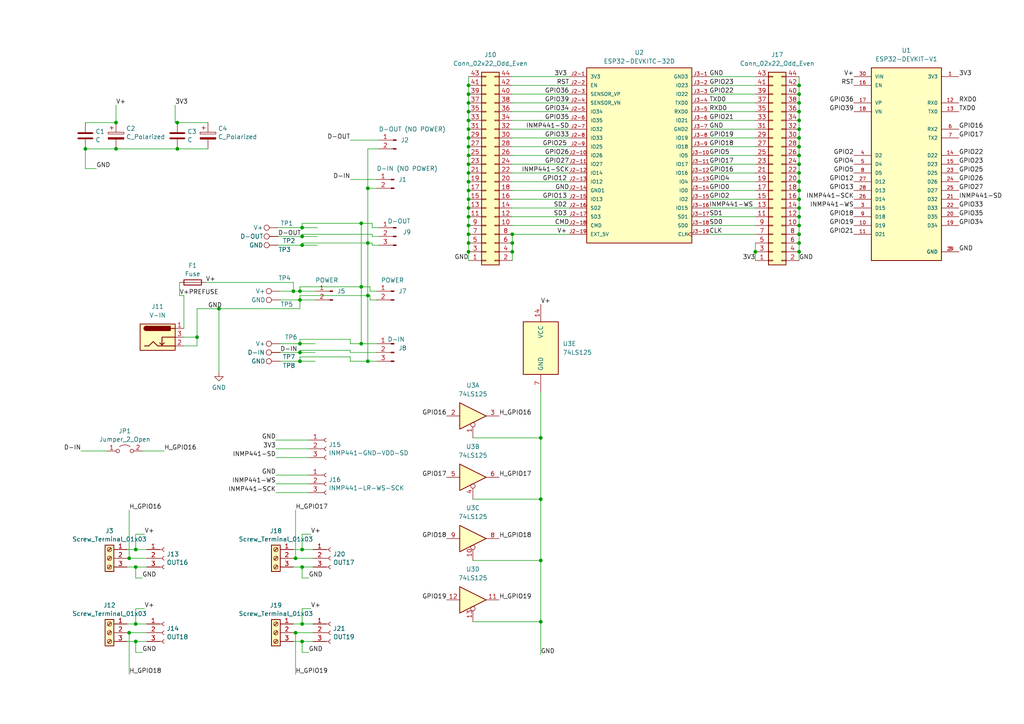
<source format=kicad_sch>
(kicad_sch (version 20230121) (generator eeschema)
  (paper "A4")
  (lib_symbols
    (symbol "Library:74LS125" (pin_names (offset 1.016))
      (property "Reference" "U" (at 0 1.27 0))
      (property "Value" "74LS125" (at 0 -1.27 0))
      (symbol "74LS125_1_0"
        (pin input inverted (at 0 -6.35 90) (length 4.445) (name "~") (number "1"))
        (pin input line (at -7.62 0 0) (length 3.81) (name "~") (number "2"))
        (pin tri_state line (at 7.62 0 180) (length 3.81) (name "~") (number "3"))
      )
      (symbol "74LS125_2_0"
        (pin input inverted (at 0 -6.35 90) (length 4.445) (name "~") (number "4"))
        (pin input line (at -7.62 0 0) (length 3.81) (name "~") (number "5"))
        (pin tri_state line (at 7.62 0 180) (length 3.81) (name "~") (number "6"))
      )
      (symbol "74LS125_3_0"
        (pin input inverted (at 0 -6.35 90) (length 4.445) (name "~") (number "10"))
        (pin tri_state line (at 7.62 0 180) (length 3.81) (name "~") (number "8"))
        (pin input line (at -7.62 0 0) (length 3.81) (name "~") (number "9"))
      )
      (symbol "74LS125_4_0"
        (pin tri_state line (at 7.62 0 180) (length 3.81) (name "~") (number "11"))
        (pin input line (at -7.62 0 0) (length 3.81) (name "~") (number "12"))
        (pin input inverted (at 0 -6.35 90) (length 4.445) (name "~") (number "13"))
      )
      (symbol "74LS125_5_0"
        (pin power_in line (at 0 12.7 270) (length 5.08) (name "VCC") (number "14"))
        (pin power_in line (at 0 -12.7 90) (length 5.08) (name "GND") (number "7"))
      )
    )
    (symbol "Library:Barrel_Jack_Switch" (pin_names hide)
      (property "Reference" "J" (at 0 5.334 0))
      (property "Value" "Barrel_Jack_Switch" (at 0 -5.08 0))
      (symbol "Barrel_Jack_Switch_1_1"
        (pin passive line (at 7.62 2.54 180) (length 2.54) (name "~") (number "1"))
        (pin passive line (at 7.62 -2.54 180) (length 2.54) (name "~") (number "2"))
        (pin passive line (at 7.62 0 180) (length 2.54) (name "~") (number "3"))
      )
    )
    (symbol "Library:C" (pin_numbers hide) (pin_names (offset 0.254))
      (property "Reference" "C" (at 0.635 2.54 0))
      (property "Value" "C" (at 0.635 -2.54 0))
      (symbol "C_1_1"
        (pin passive line (at 0 3.81 270) (length 2.794) (name "~") (number "1"))
        (pin passive line (at 0 -3.81 90) (length 2.794) (name "~") (number "2"))
      )
    )
    (symbol "Library:C_Polarized" (pin_numbers hide) (pin_names (offset 0.254))
      (property "Reference" "C" (at 0.635 2.54 0))
      (property "Value" "C_Polarized" (at 0.635 -2.54 0))
      (symbol "C_Polarized_1_1"
        (pin passive line (at 0 3.81 270) (length 2.794) (name "~") (number "1"))
        (pin passive line (at 0 -3.81 90) (length 2.794) (name "~") (number "2"))
      )
    )
    (symbol "Library:Conn_01x02_Pin" (pin_names (offset 1.016) hide)
      (property "Reference" "J" (at 0 2.54 0))
      (property "Value" "Conn_01x02_Pin" (at 0 -5.08 0))
      (symbol "Conn_01x02_Pin_1_1"
        (pin passive line (at 5.08 0 180) (length 3.81) (name "Pin_1") (number "1"))
        (pin passive line (at 5.08 -2.54 180) (length 3.81) (name "Pin_2") (number "2"))
      )
    )
    (symbol "Library:Conn_01x03_Pin" (pin_names (offset 1.016) hide)
      (property "Reference" "J" (at 0 5.08 0))
      (property "Value" "Conn_01x03_Pin" (at 0 -5.08 0))
      (symbol "Conn_01x03_Pin_1_1"
        (pin passive line (at 5.08 2.54 180) (length 3.81) (name "Pin_1") (number "1"))
        (pin passive line (at 5.08 0 180) (length 3.81) (name "Pin_2") (number "2"))
        (pin passive line (at 5.08 -2.54 180) (length 3.81) (name "Pin_3") (number "3"))
      )
    )
    (symbol "Library:Conn_01x03_Socket" (pin_names (offset 1.016) hide)
      (property "Reference" "J" (at 0 5.08 0))
      (property "Value" "Conn_01x03_Socket" (at 0 -5.08 0))
      (symbol "Conn_01x03_Socket_1_1"
        (pin passive line (at -5.08 2.54 0) (length 3.81) (name "Pin_1") (number "1"))
        (pin passive line (at -5.08 0 0) (length 3.81) (name "Pin_2") (number "2"))
        (pin passive line (at -5.08 -2.54 0) (length 3.81) (name "Pin_3") (number "3"))
      )
    )
    (symbol "Library:Conn_02x22_Odd_Even" (pin_names (offset 1.016) hide)
      (property "Reference" "J" (at 1.27 27.94 0))
      (property "Value" "Conn_02x22_Odd_Even" (at 1.27 -30.48 0))
      (symbol "Conn_02x22_Odd_Even_1_1"
        (pin passive line (at -5.08 25.4 0) (length 3.81) (name "Pin_1") (number "1"))
        (pin passive line (at 7.62 15.24 180) (length 3.81) (name "Pin_10") (number "10"))
        (pin passive line (at -5.08 12.7 0) (length 3.81) (name "Pin_11") (number "11"))
        (pin passive line (at 7.62 12.7 180) (length 3.81) (name "Pin_12") (number "12"))
        (pin passive line (at -5.08 10.16 0) (length 3.81) (name "Pin_13") (number "13"))
        (pin passive line (at 7.62 10.16 180) (length 3.81) (name "Pin_14") (number "14"))
        (pin passive line (at -5.08 7.62 0) (length 3.81) (name "Pin_15") (number "15"))
        (pin passive line (at 7.62 7.62 180) (length 3.81) (name "Pin_16") (number "16"))
        (pin passive line (at -5.08 5.08 0) (length 3.81) (name "Pin_17") (number "17"))
        (pin passive line (at 7.62 5.08 180) (length 3.81) (name "Pin_18") (number "18"))
        (pin passive line (at -5.08 2.54 0) (length 3.81) (name "Pin_19") (number "19"))
        (pin passive line (at 7.62 25.4 180) (length 3.81) (name "Pin_2") (number "2"))
        (pin passive line (at 7.62 2.54 180) (length 3.81) (name "Pin_20") (number "20"))
        (pin passive line (at -5.08 0 0) (length 3.81) (name "Pin_21") (number "21"))
        (pin passive line (at 7.62 0 180) (length 3.81) (name "Pin_22") (number "22"))
        (pin passive line (at -5.08 -2.54 0) (length 3.81) (name "Pin_23") (number "23"))
        (pin passive line (at 7.62 -2.54 180) (length 3.81) (name "Pin_24") (number "24"))
        (pin passive line (at -5.08 -5.08 0) (length 3.81) (name "Pin_25") (number "25"))
        (pin passive line (at 7.62 -5.08 180) (length 3.81) (name "Pin_26") (number "26"))
        (pin passive line (at -5.08 -7.62 0) (length 3.81) (name "Pin_27") (number "27"))
        (pin passive line (at 7.62 -7.62 180) (length 3.81) (name "Pin_28") (number "28"))
        (pin passive line (at -5.08 -10.16 0) (length 3.81) (name "Pin_29") (number "29"))
        (pin passive line (at -5.08 22.86 0) (length 3.81) (name "Pin_3") (number "3"))
        (pin passive line (at 7.62 -10.16 180) (length 3.81) (name "Pin_30") (number "30"))
        (pin passive line (at -5.08 -12.7 0) (length 3.81) (name "Pin_31") (number "31"))
        (pin passive line (at 7.62 -12.7 180) (length 3.81) (name "Pin_32") (number "32"))
        (pin passive line (at -5.08 -15.24 0) (length 3.81) (name "Pin_33") (number "33"))
        (pin passive line (at 7.62 -15.24 180) (length 3.81) (name "Pin_34") (number "34"))
        (pin passive line (at -5.08 -17.78 0) (length 3.81) (name "Pin_35") (number "35"))
        (pin passive line (at 7.62 -17.78 180) (length 3.81) (name "Pin_36") (number "36"))
        (pin passive line (at -5.08 -20.32 0) (length 3.81) (name "Pin_37") (number "37"))
        (pin passive line (at 7.62 -20.32 180) (length 3.81) (name "Pin_38") (number "38"))
        (pin passive line (at -5.08 -22.86 0) (length 3.81) (name "Pin_39") (number "39"))
        (pin passive line (at 7.62 22.86 180) (length 3.81) (name "Pin_4") (number "4"))
        (pin passive line (at 7.62 -22.86 180) (length 3.81) (name "Pin_40") (number "40"))
        (pin passive line (at -5.08 -25.4 0) (length 3.81) (name "Pin_41") (number "41"))
        (pin passive line (at 7.62 -25.4 180) (length 3.81) (name "Pin_42") (number "42"))
        (pin passive line (at -5.08 -27.94 0) (length 3.81) (name "Pin_43") (number "43"))
        (pin passive line (at 7.62 -27.94 180) (length 3.81) (name "Pin_44") (number "44"))
        (pin passive line (at -5.08 20.32 0) (length 3.81) (name "Pin_5") (number "5"))
        (pin passive line (at 7.62 20.32 180) (length 3.81) (name "Pin_6") (number "6"))
        (pin passive line (at -5.08 17.78 0) (length 3.81) (name "Pin_7") (number "7"))
        (pin passive line (at 7.62 17.78 180) (length 3.81) (name "Pin_8") (number "8"))
        (pin passive line (at -5.08 15.24 0) (length 3.81) (name "Pin_9") (number "9"))
      )
    )
    (symbol "Library:ESP32-DEVKIT-V1" (pin_names (offset 1.016))
      (property "Reference" "U" (at -10.16 30.48 0))
      (property "Value" "ESP32-DEVKIT-V1" (at -10.16 -30.48 0))
      (symbol "ESP32-DEVKIT-V1_0_0"
        (pin output line (at 15.24 25.4 180) (length 5.08) (name "3V3") (number "1"))
        (pin bidirectional line (at -15.24 -17.78 0) (length 5.08) (name "D19") (number "10"))
        (pin bidirectional line (at -15.24 -20.32 0) (length 5.08) (name "D21") (number "11"))
        (pin input line (at 15.24 17.78 180) (length 5.08) (name "RX0") (number "12"))
        (pin output line (at 15.24 15.24 180) (length 5.08) (name "TX0") (number "13"))
        (pin bidirectional line (at 15.24 2.54 180) (length 5.08) (name "D22") (number "14"))
        (pin bidirectional line (at 15.24 0 180) (length 5.08) (name "D23") (number "15"))
        (pin input line (at -15.24 22.86 0) (length 5.08) (name "EN") (number "16"))
        (pin bidirectional line (at -15.24 17.78 0) (length 5.08) (name "VP") (number "17"))
        (pin bidirectional line (at -15.24 15.24 0) (length 5.08) (name "VN") (number "18"))
        (pin bidirectional line (at 15.24 -17.78 180) (length 5.08) (name "D34") (number "19"))
        (pin power_in line (at 15.24 -25.4 180) (length 5.08) (name "GND") (number "2"))
        (pin bidirectional line (at 15.24 -15.24 180) (length 5.08) (name "D35") (number "20"))
        (pin bidirectional line (at 15.24 -10.16 180) (length 5.08) (name "D32") (number "21"))
        (pin bidirectional line (at 15.24 -12.7 180) (length 5.08) (name "D33") (number "22"))
        (pin bidirectional line (at 15.24 -2.54 180) (length 5.08) (name "D25") (number "23"))
        (pin bidirectional line (at 15.24 -5.08 180) (length 5.08) (name "D26") (number "24"))
        (pin bidirectional line (at 15.24 -7.62 180) (length 5.08) (name "D27") (number "25"))
        (pin bidirectional line (at -15.24 -10.16 0) (length 5.08) (name "D14") (number "26"))
        (pin bidirectional line (at -15.24 -5.08 0) (length 5.08) (name "D12") (number "27"))
        (pin bidirectional line (at -15.24 -7.62 0) (length 5.08) (name "D13") (number "28"))
        (pin power_in line (at 15.24 -25.4 180) (length 5.08) (name "GND") (number "29"))
        (pin bidirectional line (at -15.24 -12.7 0) (length 5.08) (name "D15") (number "3"))
        (pin input line (at -15.24 25.4 0) (length 5.08) (name "VIN") (number "30"))
        (pin bidirectional line (at -15.24 2.54 0) (length 5.08) (name "D2") (number "4"))
        (pin bidirectional line (at -15.24 0 0) (length 5.08) (name "D4") (number "5"))
        (pin input line (at 15.24 10.16 180) (length 5.08) (name "RX2") (number "6"))
        (pin output line (at 15.24 7.62 180) (length 5.08) (name "TX2") (number "7"))
        (pin bidirectional line (at -15.24 -2.54 0) (length 5.08) (name "D5") (number "8"))
        (pin bidirectional line (at -15.24 -15.24 0) (length 5.08) (name "D18") (number "9"))
      )
    )
    (symbol "Library:ESP32-DEVKITC-32D" (pin_names (offset 1.016))
      (property "Reference" "U5" (at 0 29.5443 0))
      (property "Value" "ESP32-DEVKITC-32D" (at 0 27.1201 0))
      (symbol "ESP32-DEVKITC-32D_0_0"
        (pin power_in line (at -20.32 22.86 0) (length 5.08) (name "3V3") (number "J2-1"))
        (pin bidirectional line (at -20.32 0 0) (length 5.08) (name "IO26") (number "J2-10"))
        (pin bidirectional line (at -20.32 -2.54 0) (length 5.08) (name "IO27") (number "J2-11"))
        (pin bidirectional line (at -20.32 -5.08 0) (length 5.08) (name "IO14") (number "J2-12"))
        (pin bidirectional line (at -20.32 -7.62 0) (length 5.08) (name "IO12") (number "J2-13"))
        (pin power_in line (at -20.32 -10.16 0) (length 5.08) (name "GND1") (number "J2-14"))
        (pin bidirectional line (at -20.32 -12.7 0) (length 5.08) (name "IO13") (number "J2-15"))
        (pin bidirectional line (at -20.32 -15.24 0) (length 5.08) (name "SD2") (number "J2-16"))
        (pin bidirectional line (at -20.32 -17.78 0) (length 5.08) (name "SD3") (number "J2-17"))
        (pin bidirectional line (at -20.32 -20.32 0) (length 5.08) (name "CMD") (number "J2-18"))
        (pin power_in line (at -20.32 -22.86 0) (length 5.08) (name "EXT_5V") (number "J2-19"))
        (pin input line (at -20.32 20.32 0) (length 5.08) (name "EN") (number "J2-2"))
        (pin input line (at -20.32 17.78 0) (length 5.08) (name "SENSOR_VP") (number "J2-3"))
        (pin input line (at -20.32 15.24 0) (length 5.08) (name "SENSOR_VN") (number "J2-4"))
        (pin bidirectional line (at -20.32 12.7 0) (length 5.08) (name "IO34") (number "J2-5"))
        (pin bidirectional line (at -20.32 10.16 0) (length 5.08) (name "IO35") (number "J2-6"))
        (pin bidirectional line (at -20.32 7.62 0) (length 5.08) (name "IO32") (number "J2-7"))
        (pin bidirectional line (at -20.32 5.08 0) (length 5.08) (name "IO33") (number "J2-8"))
        (pin bidirectional line (at -20.32 2.54 0) (length 5.08) (name "IO25") (number "J2-9"))
        (pin power_in line (at 20.32 22.86 180) (length 5.08) (name "GND3") (number "J3-1"))
        (pin bidirectional line (at 20.32 0 180) (length 5.08) (name "IO5") (number "J3-10"))
        (pin bidirectional line (at 20.32 -2.54 180) (length 5.08) (name "IO17") (number "J3-11"))
        (pin bidirectional line (at 20.32 -5.08 180) (length 5.08) (name "IO16") (number "J3-12"))
        (pin bidirectional line (at 20.32 -7.62 180) (length 5.08) (name "IO4") (number "J3-13"))
        (pin bidirectional line (at 20.32 -10.16 180) (length 5.08) (name "IO0") (number "J3-14"))
        (pin bidirectional line (at 20.32 -12.7 180) (length 5.08) (name "IO2") (number "J3-15"))
        (pin bidirectional line (at 20.32 -15.24 180) (length 5.08) (name "IO15") (number "J3-16"))
        (pin bidirectional line (at 20.32 -17.78 180) (length 5.08) (name "SD1") (number "J3-17"))
        (pin bidirectional line (at 20.32 -20.32 180) (length 5.08) (name "SD0") (number "J3-18"))
        (pin input clock (at 20.32 -22.86 180) (length 5.08) (name "CLK") (number "J3-19"))
        (pin bidirectional line (at 20.32 20.32 180) (length 5.08) (name "IO23") (number "J3-2"))
        (pin bidirectional line (at 20.32 17.78 180) (length 5.08) (name "IO22") (number "J3-3"))
        (pin output line (at 20.32 15.24 180) (length 5.08) (name "TXD0") (number "J3-4"))
        (pin input line (at 20.32 12.7 180) (length 5.08) (name "RXD0") (number "J3-5"))
        (pin bidirectional line (at 20.32 10.16 180) (length 5.08) (name "IO21") (number "J3-6"))
        (pin power_in line (at 20.32 7.62 180) (length 5.08) (name "GND2") (number "J3-7"))
        (pin bidirectional line (at 20.32 5.08 180) (length 5.08) (name "IO19") (number "J3-8"))
        (pin bidirectional line (at 20.32 2.54 180) (length 5.08) (name "IO18") (number "J3-9"))
      )
    )
    (symbol "Library:Fuse" (pin_numbers hide) (pin_names (offset 0))
      (property "Reference" "F" (at 2.032 0 90))
      (property "Value" "Fuse" (at -1.905 0 90))
      (symbol "Fuse_1_1"
        (pin passive line (at 0 3.81 270) (length 1.27) (name "~") (number "1"))
        (pin passive line (at 0 -3.81 90) (length 1.27) (name "~") (number "2"))
      )
    )
    (symbol "Library:Jumper_2_Open" (pin_names (offset 0) hide)
      (property "Reference" "JP" (at 0 2.794 0))
      (property "Value" "Jumper_2_Open" (at 0 -2.286 0))
      (symbol "Jumper_2_Open_1_1"
        (pin passive line (at -5.08 0 0) (length 2.54) (name "A") (number "1"))
        (pin passive line (at 5.08 0 180) (length 2.54) (name "B") (number "2"))
      )
    )
    (symbol "Library:Screw_Terminal_01x03" (pin_names (offset 1.016) hide)
      (property "Reference" "J" (at 0 5.08 0))
      (property "Value" "Screw_Terminal_01x03" (at 0 -5.08 0))
      (symbol "Screw_Terminal_01x03_1_1"
        (pin passive line (at -5.08 2.54 0) (length 3.81) (name "Pin_1") (number "1"))
        (pin passive line (at -5.08 0 0) (length 3.81) (name "Pin_2") (number "2"))
        (pin passive line (at -5.08 -2.54 0) (length 3.81) (name "Pin_3") (number "3"))
      )
    )
    (symbol "Library:TestPoint" (pin_numbers hide) (pin_names (offset 0.762) hide)
      (property "Reference" "TP" (at 0 6.858 0))
      (property "Value" "TestPoint" (at 0 5.08 0))
      (symbol "TestPoint_1_1"
        (pin passive line (at 0 0 90) (length 2.54) (name "1") (number "1"))
      )
    )
    (symbol "power:GND" (power) (pin_names (offset 0))
      (property "Value" "GND" (at 0 -3.81 0))
      (symbol "GND_1_1"
        (pin power_in line (at 0 0 270) (length 0) hide (name "GND") (number "1"))
      )
    )
  )
  (junction (at 231.775 32.385))
  (junction (at 86.995 84.455))
  (junction (at 231.775 50.165))
  (junction (at 156.845 180.34))
  (junction (at 135.89 52.705))
  (junction (at 104.775 83.185))
  (junction (at 39.37 159.385))
  (junction (at 231.775 60.325))
  (junction (at 231.775 55.245))
  (junction (at 219.075 73.025))
  (junction (at 135.89 62.865))
  (junction (at 156.845 162.56))
  (junction (at 135.89 24.765))
  (junction (at 231.775 40.005))
  (junction (at 24.765 43.18))
  (junction (at 231.775 62.865))
  (junction (at 135.89 47.625))
  (junction (at 86.995 104.775))
  (junction (at 87.63 71.12))
  (junction (at 231.775 47.625))
  (junction (at 87.63 68.58))
  (junction (at 135.89 57.785))
  (junction (at 85.09 84.455))
  (junction (at 85.725 161.925))
  (junction (at 231.775 27.305))
  (junction (at 135.89 40.005))
  (junction (at 106.68 54.61))
  (junction (at 135.89 37.465))
  (junction (at 135.89 32.385))
  (junction (at 85.725 183.515))
  (junction (at 33.655 43.18))
  (junction (at 106.68 85.725))
  (junction (at 57.15 97.79))
  (junction (at 104.775 99.695))
  (junction (at 231.775 42.545))
  (junction (at 156.845 127))
  (junction (at 135.89 65.405))
  (junction (at 51.435 43.18))
  (junction (at 231.775 57.785))
  (junction (at 231.775 52.705))
  (junction (at 39.37 186.055))
  (junction (at 135.89 70.485))
  (junction (at 135.89 73.025))
  (junction (at 135.89 50.165))
  (junction (at 87.63 164.465))
  (junction (at 135.89 45.085))
  (junction (at 37.465 161.925))
  (junction (at 104.775 64.77))
  (junction (at 135.89 27.305))
  (junction (at 231.775 24.765))
  (junction (at 86.995 99.695))
  (junction (at 87.63 186.055))
  (junction (at 231.775 45.085))
  (junction (at 87.63 66.04))
  (junction (at 106.68 70.485))
  (junction (at 231.775 29.845))
  (junction (at 33.655 35.56))
  (junction (at 37.465 183.515))
  (junction (at 135.89 29.845))
  (junction (at 148.59 70.485))
  (junction (at 231.775 70.485))
  (junction (at 231.775 34.925))
  (junction (at 231.775 37.465))
  (junction (at 231.775 67.945))
  (junction (at 135.89 60.325))
  (junction (at 87.63 180.975))
  (junction (at 231.775 73.025))
  (junction (at 63.5 89.535))
  (junction (at 86.995 102.235))
  (junction (at 106.68 104.775))
  (junction (at 148.59 73.025))
  (junction (at 39.37 180.975))
  (junction (at 51.435 35.56))
  (junction (at 148.59 67.945))
  (junction (at 87.63 159.385))
  (junction (at 135.89 42.545))
  (junction (at 135.89 67.945))
  (junction (at 231.775 65.405))
  (junction (at 156.845 144.78))
  (junction (at 135.89 55.245))
  (junction (at 135.89 34.925))
  (junction (at 86.995 86.995))
  (junction (at 39.37 164.465))
  (wire (pts (xy 205.74 29.845) (xy 219.075 29.845)))
  (wire (pts (xy 135.89 73.025) (xy 135.89 75.565)))
  (wire (pts (xy 205.74 55.245) (xy 219.075 55.245)))
  (wire (pts (xy 87.63 154.94) (xy 87.63 159.385)))
  (wire (pts (xy 51.435 35.56) (xy 50.8 35.56)))
  (wire (pts (xy 57.15 97.79) (xy 53.34 97.79)))
  (wire (pts (xy 205.74 40.005) (xy 219.075 40.005)))
  (wire (pts (xy 148.59 57.785) (xy 165.1 57.785)))
  (wire (pts (xy 24.765 43.18) (xy 24.765 48.895)))
  (wire (pts (xy 205.74 60.325) (xy 219.075 60.325)))
  (wire (pts (xy 205.74 47.625) (xy 219.075 47.625)))
  (wire (pts (xy 148.59 47.625) (xy 165.1 47.625)))
  (wire (pts (xy 107.315 86.995) (xy 107.315 85.725)))
  (wire (pts (xy 39.37 154.94) (xy 39.37 159.385)))
  (wire (pts (xy 87.63 64.77) (xy 87.63 66.04)))
  (wire (pts (xy 81.28 102.235) (xy 86.995 102.235)))
  (wire (pts (xy 104.775 64.77) (xy 87.63 64.77)))
  (wire (pts (xy 60.325 35.56) (xy 51.435 35.56)))
  (wire (pts (xy 87.63 68.58) (xy 92.075 68.58)))
  (wire (pts (xy 106.68 54.61) (xy 106.68 43.18)))
  (wire (pts (xy 107.315 85.725) (xy 106.68 85.725)))
  (wire (pts (xy 53.34 100.33) (xy 57.15 100.33)))
  (wire (pts (xy 52.07 85.725) (xy 52.07 81.915)))
  (wire (pts (xy 231.775 47.625) (xy 231.775 50.165)))
  (wire (pts (xy 107.95 64.77) (xy 104.775 64.77)))
  (wire (pts (xy 231.775 29.845) (xy 231.775 32.385)))
  (wire (pts (xy 109.855 66.04) (xy 107.95 66.04)))
  (wire (pts (xy 101.6 52.07) (xy 109.22 52.07)))
  (wire (pts (xy 231.775 65.405) (xy 231.775 67.945)))
  (wire (pts (xy 135.89 70.485) (xy 135.89 73.025)))
  (wire (pts (xy 135.89 62.865) (xy 135.89 65.405)))
  (wire (pts (xy 231.775 60.325) (xy 231.775 62.865)))
  (wire (pts (xy 231.775 37.465) (xy 231.775 40.005)))
  (wire (pts (xy 205.74 65.405) (xy 219.075 65.405)))
  (wire (pts (xy 87.63 176.53) (xy 87.63 180.975)))
  (wire (pts (xy 39.37 186.055) (xy 39.37 189.23)))
  (wire (pts (xy 37.465 147.955) (xy 37.465 161.925)))
  (wire (pts (xy 106.68 85.725) (xy 86.995 85.725)))
  (wire (pts (xy 86.995 101.6) (xy 86.995 102.235)))
  (wire (pts (xy 86.995 85.725) (xy 86.995 86.995)))
  (wire (pts (xy 101.6 103.505) (xy 86.995 103.505)))
  (wire (pts (xy 231.775 45.085) (xy 231.775 47.625)))
  (wire (pts (xy 148.59 34.925) (xy 165.1 34.925)))
  (wire (pts (xy 39.37 186.055) (xy 42.545 186.055)))
  (wire (pts (xy 85.09 159.385) (xy 87.63 159.385)))
  (wire (pts (xy 36.83 161.925) (xy 37.465 161.925)))
  (wire (pts (xy 85.725 161.925) (xy 90.805 161.925)))
  (wire (pts (xy 135.89 24.765) (xy 135.89 27.305)))
  (wire (pts (xy 80.01 130.175) (xy 89.535 130.175)))
  (wire (pts (xy 205.74 42.545) (xy 219.075 42.545)))
  (wire (pts (xy 205.74 24.765) (xy 219.075 24.765)))
  (wire (pts (xy 59.69 81.915) (xy 85.09 81.915)))
  (wire (pts (xy 107.95 71.12) (xy 107.95 70.485)))
  (wire (pts (xy 231.775 50.165) (xy 231.775 52.705)))
  (wire (pts (xy 109.22 104.775) (xy 106.68 104.775)))
  (wire (pts (xy 86.995 102.235) (xy 91.44 102.235)))
  (wire (pts (xy 90.17 154.94) (xy 87.63 154.94)))
  (wire (pts (xy 148.59 75.565) (xy 148.59 73.025)))
  (wire (pts (xy 33.655 43.18) (xy 51.435 43.18)))
  (wire (pts (xy 41.91 154.94) (xy 39.37 154.94)))
  (wire (pts (xy 148.59 73.025) (xy 148.59 70.485)))
  (wire (pts (xy 86.995 83.185) (xy 86.995 84.455)))
  (wire (pts (xy 231.775 27.305) (xy 231.775 29.845)))
  (wire (pts (xy 37.465 161.925) (xy 42.545 161.925)))
  (wire (pts (xy 87.63 159.385) (xy 90.805 159.385)))
  (wire (pts (xy 57.15 89.535) (xy 63.5 89.535)))
  (wire (pts (xy 101.6 102.235) (xy 101.6 101.6)))
  (wire (pts (xy 101.6 99.695) (xy 101.6 98.425)))
  (wire (pts (xy 109.22 102.235) (xy 101.6 102.235)))
  (wire (pts (xy 205.74 34.925) (xy 219.075 34.925)))
  (wire (pts (xy 135.89 60.325) (xy 135.89 62.865)))
  (wire (pts (xy 106.68 104.775) (xy 101.6 104.775)))
  (wire (pts (xy 106.68 43.18) (xy 109.855 43.18)))
  (wire (pts (xy 148.59 27.305) (xy 165.1 27.305)))
  (wire (pts (xy 148.59 62.865) (xy 165.1 62.865)))
  (wire (pts (xy 80.01 132.715) (xy 89.535 132.715)))
  (wire (pts (xy 107.315 84.455) (xy 107.315 83.185)))
  (wire (pts (xy 104.775 83.185) (xy 104.775 99.695)))
  (wire (pts (xy 101.6 40.64) (xy 109.855 40.64)))
  (wire (pts (xy 87.63 70.485) (xy 87.63 71.12)))
  (wire (pts (xy 135.89 47.625) (xy 135.89 50.165)))
  (wire (pts (xy 86.995 104.775) (xy 91.44 104.775)))
  (wire (pts (xy 205.74 52.705) (xy 219.075 52.705)))
  (wire (pts (xy 85.725 147.955) (xy 85.725 161.925)))
  (wire (pts (xy 24.765 48.895) (xy 27.94 48.895)))
  (wire (pts (xy 80.01 142.875) (xy 89.535 142.875)))
  (wire (pts (xy 148.59 42.545) (xy 165.1 42.545)))
  (wire (pts (xy 39.37 164.465) (xy 39.37 167.64)))
  (wire (pts (xy 87.63 186.055) (xy 90.805 186.055)))
  (wire (pts (xy 135.89 50.165) (xy 135.89 52.705)))
  (wire (pts (xy 135.89 40.005) (xy 135.89 42.545)))
  (wire (pts (xy 51.435 43.18) (xy 60.325 43.18)))
  (wire (pts (xy 148.59 65.405) (xy 165.1 65.405)))
  (wire (pts (xy 148.59 32.385) (xy 165.1 32.385)))
  (wire (pts (xy 87.63 180.975) (xy 90.805 180.975)))
  (wire (pts (xy 63.5 107.95) (xy 63.5 89.535)))
  (wire (pts (xy 156.845 180.34) (xy 156.845 189.865)))
  (wire (pts (xy 135.89 29.845) (xy 135.89 32.385)))
  (wire (pts (xy 80.01 127.635) (xy 89.535 127.635)))
  (wire (pts (xy 231.775 22.225) (xy 231.775 24.765)))
  (wire (pts (xy 53.34 95.25) (xy 53.34 85.725)))
  (wire (pts (xy 107.95 66.04) (xy 107.95 64.77)))
  (wire (pts (xy 148.59 67.945) (xy 165.1 67.945)))
  (wire (pts (xy 107.95 70.485) (xy 106.68 70.485)))
  (wire (pts (xy 87.63 189.23) (xy 89.535 189.23)))
  (wire (pts (xy 86.995 84.455) (xy 91.44 84.455)))
  (wire (pts (xy 87.63 71.12) (xy 92.075 71.12)))
  (wire (pts (xy 39.37 189.23) (xy 41.275 189.23)))
  (wire (pts (xy 41.91 176.53) (xy 39.37 176.53)))
  (wire (pts (xy 87.63 186.055) (xy 87.63 189.23)))
  (wire (pts (xy 148.59 22.225) (xy 165.1 22.225)))
  (wire (pts (xy 205.74 67.945) (xy 219.075 67.945)))
  (wire (pts (xy 24.765 35.56) (xy 33.655 35.56)))
  (wire (pts (xy 107.315 83.185) (xy 104.775 83.185)))
  (wire (pts (xy 106.68 54.61) (xy 109.22 54.61)))
  (wire (pts (xy 87.63 66.04) (xy 92.075 66.04)))
  (wire (pts (xy 101.6 101.6) (xy 86.995 101.6)))
  (wire (pts (xy 148.59 60.325) (xy 165.1 60.325)))
  (wire (pts (xy 24.765 43.18) (xy 33.655 43.18)))
  (wire (pts (xy 85.09 183.515) (xy 85.725 183.515)))
  (wire (pts (xy 80.01 140.335) (xy 89.535 140.335)))
  (wire (pts (xy 231.775 67.945) (xy 231.775 70.485)))
  (wire (pts (xy 36.83 183.515) (xy 37.465 183.515)))
  (wire (pts (xy 135.89 32.385) (xy 135.89 34.925)))
  (wire (pts (xy 109.855 71.12) (xy 107.95 71.12)))
  (wire (pts (xy 57.15 89.535) (xy 57.15 97.79)))
  (wire (pts (xy 231.775 24.765) (xy 231.775 27.305)))
  (wire (pts (xy 109.855 68.58) (xy 107.95 68.58)))
  (wire (pts (xy 231.775 42.545) (xy 231.775 45.085)))
  (wire (pts (xy 135.89 52.705) (xy 135.89 55.245)))
  (wire (pts (xy 86.995 103.505) (xy 86.995 104.775)))
  (wire (pts (xy 57.15 100.33) (xy 57.15 97.79)))
  (wire (pts (xy 106.68 85.725) (xy 106.68 104.775)))
  (wire (pts (xy 205.74 27.305) (xy 219.075 27.305)))
  (wire (pts (xy 135.89 67.945) (xy 135.89 70.485)))
  (wire (pts (xy 205.74 32.385) (xy 219.075 32.385)))
  (wire (pts (xy 137.16 180.34) (xy 156.845 180.34)))
  (wire (pts (xy 85.09 84.455) (xy 86.995 84.455)))
  (wire (pts (xy 148.59 24.765) (xy 165.1 24.765)))
  (wire (pts (xy 81.28 84.455) (xy 85.09 84.455)))
  (wire (pts (xy 85.725 183.515) (xy 90.805 183.515)))
  (wire (pts (xy 156.845 113.665) (xy 156.845 127)))
  (wire (pts (xy 37.465 183.515) (xy 42.545 183.515)))
  (wire (pts (xy 219.075 73.025) (xy 219.075 75.565)))
  (wire (pts (xy 135.89 27.305) (xy 135.89 29.845)))
  (wire (pts (xy 53.34 85.725) (xy 52.07 85.725)))
  (wire (pts (xy 104.775 64.77) (xy 104.775 83.185)))
  (wire (pts (xy 148.59 37.465) (xy 165.1 37.465)))
  (wire (pts (xy 39.37 159.385) (xy 42.545 159.385)))
  (wire (pts (xy 205.74 45.085) (xy 219.075 45.085)))
  (wire (pts (xy 106.68 70.485) (xy 87.63 70.485)))
  (wire (pts (xy 135.89 65.405) (xy 135.89 67.945)))
  (wire (pts (xy 148.59 70.485) (xy 148.59 67.945)))
  (wire (pts (xy 231.775 34.925) (xy 231.775 37.465)))
  (wire (pts (xy 156.845 180.34) (xy 156.845 162.56)))
  (wire (pts (xy 36.83 180.975) (xy 39.37 180.975)))
  (wire (pts (xy 231.775 62.865) (xy 231.775 65.405)))
  (wire (pts (xy 148.59 29.845) (xy 165.1 29.845)))
  (wire (pts (xy 87.63 167.64) (xy 89.535 167.64)))
  (wire (pts (xy 81.28 99.695) (xy 86.995 99.695)))
  (wire (pts (xy 80.645 66.04) (xy 87.63 66.04)))
  (wire (pts (xy 148.59 50.165) (xy 165.1 50.165)))
  (wire (pts (xy 39.37 180.975) (xy 42.545 180.975)))
  (wire (pts (xy 231.775 55.245) (xy 231.775 57.785)))
  (wire (pts (xy 81.28 104.775) (xy 86.995 104.775)))
  (wire (pts (xy 86.995 86.995) (xy 91.44 86.995)))
  (wire (pts (xy 80.645 68.58) (xy 87.63 68.58)))
  (wire (pts (xy 231.775 32.385) (xy 231.775 34.925)))
  (wire (pts (xy 39.37 167.64) (xy 41.275 167.64)))
  (wire (pts (xy 104.775 83.185) (xy 86.995 83.185)))
  (wire (pts (xy 23.495 130.81) (xy 31.115 130.81)))
  (wire (pts (xy 219.075 70.485) (xy 219.075 73.025)))
  (wire (pts (xy 205.74 57.785) (xy 219.075 57.785)))
  (wire (pts (xy 135.89 45.085) (xy 135.89 47.625)))
  (wire (pts (xy 205.74 50.165) (xy 219.075 50.165)))
  (wire (pts (xy 231.775 40.005) (xy 231.775 42.545)))
  (wire (pts (xy 80.645 71.12) (xy 87.63 71.12)))
  (wire (pts (xy 41.275 130.81) (xy 47.625 130.81)))
  (wire (pts (xy 135.89 37.465) (xy 135.89 40.005)))
  (wire (pts (xy 39.37 176.53) (xy 39.37 180.975)))
  (wire (pts (xy 109.22 99.695) (xy 104.775 99.695)))
  (wire (pts (xy 85.09 164.465) (xy 87.63 164.465)))
  (wire (pts (xy 148.59 55.245) (xy 165.1 55.245)))
  (wire (pts (xy 36.83 186.055) (xy 39.37 186.055)))
  (wire (pts (xy 86.995 99.695) (xy 91.44 99.695)))
  (wire (pts (xy 101.6 104.775) (xy 101.6 103.505)))
  (wire (pts (xy 50.8 30.48) (xy 50.8 35.56)))
  (wire (pts (xy 135.89 42.545) (xy 135.89 45.085)))
  (wire (pts (xy 106.68 70.485) (xy 106.68 54.61)))
  (wire (pts (xy 231.775 73.025) (xy 231.775 75.565)))
  (wire (pts (xy 63.5 89.535) (xy 86.995 89.535)))
  (wire (pts (xy 85.09 161.925) (xy 85.725 161.925)))
  (wire (pts (xy 156.845 144.78) (xy 156.845 127)))
  (wire (pts (xy 36.83 164.465) (xy 39.37 164.465)))
  (wire (pts (xy 101.6 98.425) (xy 86.995 98.425)))
  (wire (pts (xy 231.775 70.485) (xy 231.775 73.025)))
  (wire (pts (xy 85.09 81.915) (xy 85.09 84.455)))
  (wire (pts (xy 36.83 159.385) (xy 39.37 159.385)))
  (wire (pts (xy 87.63 164.465) (xy 87.63 167.64)))
  (wire (pts (xy 107.95 68.58) (xy 107.95 67.945)))
  (wire (pts (xy 87.63 164.465) (xy 90.805 164.465)))
  (wire (pts (xy 156.845 127) (xy 137.16 127)))
  (wire (pts (xy 85.09 180.975) (xy 87.63 180.975)))
  (wire (pts (xy 205.74 62.865) (xy 219.075 62.865)))
  (wire (pts (xy 205.74 37.465) (xy 219.075 37.465)))
  (wire (pts (xy 135.89 22.225) (xy 135.89 24.765)))
  (wire (pts (xy 86.995 98.425) (xy 86.995 99.695)))
  (wire (pts (xy 231.775 52.705) (xy 231.775 55.245)))
  (wire (pts (xy 85.725 183.515) (xy 85.725 195.58)))
  (wire (pts (xy 231.775 57.785) (xy 231.775 60.325)))
  (wire (pts (xy 87.63 67.945) (xy 87.63 68.58)))
  (wire (pts (xy 107.95 67.945) (xy 87.63 67.945)))
  (wire (pts (xy 33.655 30.48) (xy 33.655 35.56)))
  (wire (pts (xy 137.16 144.78) (xy 156.845 144.78)))
  (wire (pts (xy 81.28 86.995) (xy 86.995 86.995)))
  (wire (pts (xy 90.17 176.53) (xy 87.63 176.53)))
  (wire (pts (xy 156.845 162.56) (xy 156.845 144.78)))
  (wire (pts (xy 80.01 137.795) (xy 89.535 137.795)))
  (wire (pts (xy 148.59 52.705) (xy 165.1 52.705)))
  (wire (pts (xy 135.89 55.245) (xy 135.89 57.785)))
  (wire (pts (xy 148.59 40.005) (xy 165.1 40.005)))
  (wire (pts (xy 86.995 86.995) (xy 86.995 89.535)))
  (wire (pts (xy 85.09 186.055) (xy 87.63 186.055)))
  (wire (pts (xy 104.775 99.695) (xy 101.6 99.695)))
  (wire (pts (xy 148.59 45.085) (xy 165.1 45.085)))
  (wire (pts (xy 37.465 183.515) (xy 37.465 195.58)))
  (wire (pts (xy 135.89 57.785) (xy 135.89 60.325)))
  (wire (pts (xy 205.74 22.225) (xy 219.075 22.225)))
  (wire (pts (xy 106.68 70.485) (xy 106.68 85.725)))
  (wire (pts (xy 39.37 164.465) (xy 42.545 164.465)))
  (wire (pts (xy 109.22 84.455) (xy 107.315 84.455)))
  (wire (pts (xy 137.16 162.56) (xy 156.845 162.56)))
  (wire (pts (xy 109.22 86.995) (xy 107.315 86.995)))
  (wire (pts (xy 135.89 34.925) (xy 135.89 37.465)))
  (label "GND" (at 205.74 37.465 0))
  (label "GND" (at 41.275 167.64 0))
  (label "GPIO2" (at 205.74 57.785 0))
  (label "H_GPIO17" (at 85.725 147.955 0))
  (label "GPIO35" (at 165.1 34.925 180))
  (label "GPIO21" (at 205.74 34.925 0))
  (label "GPIO19" (at 129.54 173.99 180))
  (label "GPIO17" (at 129.54 138.43 180))
  (label "RST" (at 247.65 24.765 180))
  (label "GPIO23" (at 205.74 24.765 0))
  (label "GPIO18" (at 205.74 42.545 0))
  (label "TXD0" (at 278.13 32.385 0))
  (label "GND" (at 278.13 73.025 0))
  (label "GPIO22" (at 278.13 45.085 0))
  (label "V+" (at 156.845 88.265 0))
  (label "V+" (at 33.655 30.48 0))
  (label "GPIO34" (at 165.1 32.385 180))
  (label "GPIO17" (at 278.13 40.005 0))
  (label "GPIO34" (at 278.13 65.405 0))
  (label "RXD0" (at 205.74 32.385 0))
  (label "GPIO23" (at 278.13 47.625 0))
  (label "GPIO18" (at 247.65 62.865 180))
  (label "V+" (at 41.91 154.94 0))
  (label "CLK" (at 205.74 67.945 0))
  (label "GPIO16" (at 278.13 37.465 0))
  (label "V+PREFUSE" (at 52.07 85.725 0))
  (label "GPIO22" (at 205.74 27.305 0))
  (label "GPIO27" (at 278.13 55.245 0))
  (label "H_GPIO17" (at 144.78 138.43 0))
  (label "GPIO33" (at 278.13 60.325 0))
  (label "GPIO5" (at 205.74 45.085 0))
  (label "GPIO0" (at 205.74 55.245 0))
  (label "GPIO16" (at 205.74 50.165 0))
  (label "INMP441-WS" (at 80.01 140.335 180))
  (label "CMD" (at 165.1 65.405 180))
  (label "3V3" (at 50.8 30.48 0))
  (label "GPIO17" (at 205.74 47.625 0))
  (label "V+" (at 41.91 176.53 0))
  (label "V+" (at 164.465 67.945 180))
  (label "SD2" (at 164.465 60.325 180))
  (label "GPIO16" (at 129.54 120.65 180))
  (label "H_GPIO18" (at 144.78 156.21 0))
  (label "V+" (at 59.69 81.915 0))
  (label "TXD0" (at 205.74 29.845 0))
  (label "GND" (at 27.94 48.895 0))
  (label "GPIO4" (at 247.65 47.625 180))
  (label "GND" (at 80.01 137.795 180))
  (label "GPIO25" (at 164.465 42.545 180))
  (label "H_GPIO19" (at 85.725 195.58 0))
  (label "D-IN" (at 101.6 52.07 180))
  (label "D-IN" (at 23.495 130.81 180))
  (label "D-OUT" (at 101.6 40.64 180))
  (label "H_GPIO19" (at 144.78 173.99 0))
  (label "GPIO12" (at 164.465 52.705 180))
  (label "INMP441-SCK" (at 165.1 50.165 180))
  (label "SD3" (at 164.465 62.865 180))
  (label "GPIO26" (at 165.1 45.085 180))
  (label "H_GPIO18" (at 37.465 195.58 0))
  (label "SD1" (at 205.74 62.865 0))
  (label "GPIO18" (at 129.54 156.21 180))
  (label "GPIO19" (at 205.74 40.005 0))
  (label "GND" (at 60.325 89.535 0))
  (label "GND" (at 205.74 22.225 0))
  (label "GPIO5" (at 247.65 50.165 180))
  (label "GND" (at 231.775 75.565 0))
  (label "GPIO19" (at 247.65 65.405 180))
  (label "INMP441-SD" (at 80.01 132.715 180))
  (label "GND" (at 41.275 189.23 0))
  (label "3V3" (at 164.465 22.225 180))
  (label "GND" (at 156.845 189.865 0))
  (label "GND" (at 89.535 189.23 0))
  (label "GPIO2" (at 247.65 45.085 180))
  (label "SD0" (at 205.74 65.405 0))
  (label "RST" (at 165.1 24.765 180))
  (label "GPIO36" (at 165.1 27.305 180))
  (label "GPIO26" (at 278.13 52.705 0))
  (label "RXD0" (at 278.13 29.845 0))
  (label "GPIO27" (at 165.1 47.625 180))
  (label "D-IN" (at 81.28 102.235 0))
  (label "3V3" (at 219.075 75.565 180))
  (label "INMP441-WS" (at 205.74 60.325 0))
  (label "V+" (at 90.17 154.94 0))
  (label "D-OUT" (at 80.645 68.58 0))
  (label "GPIO12" (at 247.65 52.705 180))
  (label "H_GPIO16" (at 144.78 120.65 0))
  (label "INMP441-WS" (at 247.65 60.325 180))
  (label "INMP441-SD" (at 165.1 37.465 180))
  (label "GPIO25" (at 278.13 50.165 0))
  (label "GPIO35" (at 278.13 62.865 0))
  (label "GPIO33" (at 165.1 40.005 180))
  (label "GND" (at 80.01 127.635 180))
  (label "H_GPIO16" (at 47.625 130.81 0))
  (label "GND" (at 89.535 167.64 0))
  (label "INMP441-SCK" (at 80.01 142.875 180))
  (label "V+" (at 247.65 22.225 180))
  (label "3V3" (at 80.01 130.175 180))
  (label "GPIO36" (at 247.65 29.845 180))
  (label "GPIO21" (at 247.65 67.945 180))
  (label "GPIO39" (at 165.1 29.845 180))
  (label "GPIO39" (at 247.65 32.385 180))
  (label "GPIO13" (at 164.465 57.785 180))
  (label "H_GPIO16" (at 37.465 147.955 0))
  (label "INMP441-SCK" (at 247.65 57.785 180))
  (label "INMP441-SD" (at 278.13 57.785 0))
  (label "GPIO13" (at 247.65 55.245 180))
  (label "V+" (at 90.17 176.53 0))
  (label "GND" (at 135.89 75.565 180))
  (label "GPIO4" (at 205.74 52.705 0))
  (label "3V3" (at 278.13 22.225 0))
  (label "GND" (at 165.1 55.245 180))
  (symbol (lib_id "Library:74LS125") (at 137.16 120.65 0) (unit 1)
    (property "Reference" "U3" (at 137.16 111.76 0))
    (property "Value" "74LS125" (at 137.16 114.3 0))
    (property "Footprint" "Package_DIP:DIP-14_W7.62mm_Socket_LongPads" (effects hide))
    (property "Datasheet" "http://www.ti.com/lit/gpn/sn74LS125" (effects hide))
  )
  (symbol (lib_id "Library:Conn_01x02_Pin") (at 114.935 40.64 0) (mirror y) (unit 1)
    (property "Reference" "J2" (at 116.205 40.64 0) (effects (justify right)))
    (property "Value" "D-OUT (NO POWER)" (at 109.855 37.465 0) (effects (justify right)))
    (property "Footprint" "Connector_PinHeader_2.54mm:PinHeader_1x02_P2.54mm_Horizontal" (effects hide))
  )
  (symbol (lib_id "Library:Conn_01x03_Pin") (at 114.935 68.58 0) (mirror y) (unit 1)
    (property "Reference" "J9" (at 116.84 67.31 0) (effects (justify right)))
    (property "Value" "D-OUT" (at 112.395 64.135 0) (effects (justify right)))
    (property "Footprint" "Connector_PinHeader_2.54mm:PinHeader_1x03_P2.54mm_Horizontal" (effects hide))
  )
  (symbol (lib_id "Library:Conn_01x03_Socket") (at 95.885 161.925 0) (unit 1)
    (property "Reference" "J20" (at 96.5962 160.7129 0) (effects (justify left)))
    (property "Value" "OUT17" (at 96.5962 163.1371 0) (effects (justify left)))
    (property "Footprint" "Connector_PinSocket_2.54mm:PinSocket_1x03_P2.54mm_Vertical" (effects hide))
  )
  (symbol (lib_id "Library:Conn_02x22_Odd_Even") (at 224.155 50.165 0) (mirror x) (unit 1)
    (property "Reference" "J17" (at 225.425 15.875 0))
    (property "Value" "Conn_02x22_Odd_Even" (at 225.425 18.415 0))
    (property "Footprint" "Connector_PinSocket_2.54mm:PinSocket_2x22_P2.54mm_Vertical" (effects hide))
  )
  (symbol (lib_id "Library:Conn_01x03_Socket") (at 94.615 140.335 0) (unit 1)
    (property "Reference" "J16" (at 95.3262 139.1229 0) (effects (justify left)))
    (property "Value" "INMP441-LR-WS-SCK" (at 95.3262 141.5471 0) (effects (justify left)))
    (property "Footprint" "Connector_PinSocket_2.54mm:PinSocket_1x03_P2.54mm_Vertical" (effects hide))
  )
  (symbol (lib_id "Library:Conn_01x02_Pin") (at 96.52 84.455 0) (mirror y) (unit 1)
    (property "Reference" "J5" (at 97.79 84.455 0) (effects (justify right)))
    (property "Value" "POWER" (at 91.44 81.28 0) (effects (justify right)))
    (property "Footprint" "Connector_PinHeader_2.54mm:PinHeader_1x02_P2.54mm_Horizontal" (effects hide))
  )
  (symbol (lib_id "Library:Screw_Terminal_01x03") (at 31.75 161.925 0) (mirror y) (unit 1)
    (property "Reference" "J3" (at 31.75 153.9707 0))
    (property "Value" "Screw_Terminal_01x03" (at 31.75 156.3949 0))
    (property "Footprint" "TerminalBlock:TerminalBlock_bornier-3_P5.08mm" (effects hide))
  )
  (symbol (lib_id "Library:Conn_01x03_Pin") (at 114.3 102.235 0) (mirror y) (unit 1)
    (property "Reference" "J8" (at 115.57 100.965 0) (effects (justify right)))
    (property "Value" "D-IN" (at 112.395 98.425 0) (effects (justify right)))
    (property "Footprint" "Connector_PinHeader_2.54mm:PinHeader_1x03_P2.54mm_Horizontal" (effects hide))
  )
  (symbol (lib_id "Library:TestPoint") (at 81.28 86.995 90) (unit 1)
    (property "Reference" "TP5" (at 83.185 88.265 90))
    (property "Value" "GND" (at 74.93 86.995 90))
    (property "Footprint" "TestPoint:TestPoint_Pad_3.0x3.0mm" (effects hide))
  )
  (symbol (lib_id "Library:C_Polarized") (at 33.655 39.37 0) (unit 1)
    (property "Reference" "C2" (at 36.576 37.2689 0) (effects (justify left)))
    (property "Value" "C_Polarized" (at 36.576 39.6931 0) (effects (justify left)))
    (property "Footprint" "Capacitor_THT:CP_Radial_D6.3mm_P2.50mm" (effects hide))
  )
  (symbol (lib_id "Library:ESP32-DEVKITC-32D") (at 185.42 45.085 0) (unit 1)
    (property "Reference" "U2" (at 185.42 15.24 0))
    (property "Value" "ESP32-DEVKITC-32D" (at 185.42 17.78 0))
    (property "Footprint" "lib:MODULE_ESP32-DEVKITC-32D-CORRECTED-WIDTH-NARROW" (effects hide))
    (property "MF" "Espressif Systems" (effects hide))
    (property "MAXIMUM_PACKAGE_HEIGHT" "N/A" (effects hide))
    (property "Package" "None" (effects hide))
    (property "Price" "None" (effects hide))
    (property "Check_prices" "https://www.snapeda.com/parts/ESP32-DEVKITC-32D/Espressif+Systems/view-part/?ref=eda" (effects hide))
    (property "STANDARD" "Manufacturer Recommendations" (effects hide))
    (property "PARTREV" "V4" (effects hide))
    (property "SnapEDA_Link" "https://www.snapeda.com/parts/ESP32-DEVKITC-32D/Espressif+Systems/view-part/?ref=snap" (effects hide))
    (property "MP" "ESP32-DEVKITC-32D" (effects hide))
    (property "Purchase-URL" "https://www.snapeda.com/api/url_track_click_mouser/?unipart_id=2777395&manufacturer=Espressif Systems&part_name=ESP32-DEVKITC-32D&search_term=None" (effects hide))
    (property "Description" "\nWiFi Development Tools (802.11) ESP32 General Development Kit, ESP32-WROOM-32D on the board\n" (effects hide))
    (property "MANUFACTURER" "Espressif Systems" (effects hide))
    (property "Availability" "In Stock" (effects hide))
    (property "SNAPEDA_PN" "ESP32-DEVKITC-32D" (effects hide))
  )
  (symbol (lib_id "Library:74LS125") (at 137.16 138.43 0) (unit 2)
    (property "Reference" "U3" (at 137.16 129.54 0))
    (property "Value" "74LS125" (at 137.16 132.08 0))
    (property "Footprint" "Package_DIP:DIP-14_W7.62mm_Socket_LongPads" (effects hide))
    (property "Datasheet" "http://www.ti.com/lit/gpn/sn74LS125" (effects hide))
  )
  (symbol (lib_id "Library:Conn_01x03_Socket") (at 47.625 183.515 0) (unit 1)
    (property "Reference" "J14" (at 48.3362 182.3029 0) (effects (justify left)))
    (property "Value" "OUT18" (at 48.3362 184.7271 0) (effects (justify left)))
    (property "Footprint" "Connector_PinSocket_2.54mm:PinSocket_1x03_P2.54mm_Vertical" (effects hide))
  )
  (symbol (lib_id "Library:Screw_Terminal_01x03") (at 80.01 161.925 0) (mirror y) (unit 1)
    (property "Reference" "J18" (at 80.01 153.9707 0))
    (property "Value" "Screw_Terminal_01x03" (at 80.01 156.3949 0))
    (property "Footprint" "TerminalBlock:TerminalBlock_bornier-3_P5.08mm" (effects hide))
  )
  (symbol (lib_id "Library:TestPoint") (at 81.28 102.235 90) (unit 1)
    (property "Reference" "TP7" (at 83.82 103.505 90))
    (property "Value" "D-IN" (at 74.295 102.235 90))
    (property "Footprint" "TestPoint:TestPoint_Pad_3.0x3.0mm" (effects hide))
  )
  (symbol (lib_id "Library:C") (at 51.435 39.37 0) (unit 1)
    (property "Reference" "C3" (at 54.356 38.1579 0) (effects (justify left)))
    (property "Value" "C" (at 54.356 40.5821 0) (effects (justify left)))
    (property "Footprint" "Capacitor_THT:C_Disc_D3.8mm_W2.6mm_P2.50mm" (effects hide))
  )
  (symbol (lib_id "Library:Jumper_2_Open") (at 36.195 130.81 0) (unit 1)
    (property "Reference" "JP1" (at 36.195 125.0147 0))
    (property "Value" "Jumper_2_Open" (at 36.195 127.4389 0))
    (property "Footprint" "Jumper:SolderJumper-2_P1.3mm_Open_TrianglePad1.0x1.5mm" (effects hide))
  )
  (symbol (lib_id "Library:TestPoint") (at 81.28 84.455 90) (unit 1)
    (property "Reference" "TP4" (at 82.55 80.645 90))
    (property "Value" "V+" (at 75.565 84.455 90))
    (property "Footprint" "TestPoint:TestPoint_Pad_3.0x3.0mm" (effects hide))
  )
  (symbol (lib_id "Library:Conn_01x02_Pin") (at 114.3 52.07 0) (mirror y) (unit 1)
    (property "Reference" "J1" (at 115.57 52.07 0) (effects (justify right)))
    (property "Value" "D-IN (NO POWER)" (at 109.22 48.895 0) (effects (justify right)))
    (property "Footprint" "Connector_PinHeader_2.54mm:PinHeader_1x02_P2.54mm_Horizontal" (effects hide))
  )
  (symbol (lib_id "Library:Fuse") (at 55.88 81.915 90) (unit 1)
    (property "Reference" "F1" (at 55.88 77.0087 90))
    (property "Value" "Fuse" (at 55.88 79.4329 90))
    (property "Footprint" "SSYMATT-LIB7:Ebay-Fuse-holder-04mmX15mm-black-auto-fuse-dingus" (effects hide))
  )
  (symbol (lib_id "power:GND") (at 63.5 107.95 0) (unit 1)
    (property "Reference" "#PWR01" (effects hide))
    (property "Value" "GND" (at 63.5 112.395 0))
  )
  (symbol (lib_id "Library:74LS125") (at 156.845 100.965 0) (unit 5)
    (property "Reference" "U3" (at 163.195 99.695 0) (effects (justify left)))
    (property "Value" "74LS125" (at 163.195 102.235 0) (effects (justify left)))
    (property "Footprint" "Package_DIP:DIP-14_W7.62mm_Socket_LongPads" (effects hide))
    (property "Datasheet" "http://www.ti.com/lit/gpn/sn74LS125" (effects hide))
  )
  (symbol (lib_id "Library:TestPoint") (at 80.645 68.58 90) (unit 1)
    (property "Reference" "TP2" (at 83.82 69.85 90))
    (property "Value" "D-OUT" (at 73.025 68.58 90))
    (property "Footprint" "TestPoint:TestPoint_Pad_3.0x3.0mm" (effects hide))
  )
  (symbol (lib_id "Library:TestPoint") (at 81.28 99.695 90) (unit 1)
    (property "Reference" "TP6" (at 84.455 97.79 90))
    (property "Value" "V+" (at 75.565 99.695 90))
    (property "Footprint" "TestPoint:TestPoint_Pad_3.0x3.0mm" (effects hide))
  )
  (symbol (lib_id "Library:Conn_01x02_Pin") (at 114.3 84.455 0) (mirror y) (unit 1)
    (property "Reference" "J7" (at 115.57 84.455 0) (effects (justify right)))
    (property "Value" "POWER" (at 110.49 81.28 0) (effects (justify right)))
    (property "Footprint" "Connector_PinHeader_2.54mm:PinHeader_1x02_P2.54mm_Horizontal" (effects hide))
  )
  (symbol (lib_id "Library:Barrel_Jack_Switch") (at 45.72 97.79 0) (unit 1)
    (property "Reference" "J11" (at 45.72 88.9 0))
    (property "Value" "V-IN" (at 45.72 91.44 0))
    (property "Footprint" "Connector_BarrelJack:BarrelJack_Horizontal" (effects hide))
  )
  (symbol (lib_id "Library:C_Polarized") (at 60.325 39.37 0) (unit 1)
    (property "Reference" "C4" (at 63.246 37.2689 0) (effects (justify left)))
    (property "Value" "C_Polarized" (at 63.246 39.6931 0) (effects (justify left)))
    (property "Footprint" "Capacitor_THT:CP_Radial_D6.3mm_P2.50mm" (effects hide))
  )
  (symbol (lib_id "Library:74LS125") (at 137.16 173.99 0) (unit 4)
    (property "Reference" "U3" (at 137.16 165.1 0))
    (property "Value" "74LS125" (at 137.16 167.64 0))
    (property "Footprint" "Package_DIP:DIP-14_W7.62mm_Socket_LongPads" (effects hide))
    (property "Datasheet" "http://www.ti.com/lit/gpn/sn74LS125" (effects hide))
  )
  (symbol (lib_id "Library:Conn_01x03_Socket") (at 95.885 183.515 0) (unit 1)
    (property "Reference" "J21" (at 96.5962 182.3029 0) (effects (justify left)))
    (property "Value" "OUT19" (at 96.5962 184.7271 0) (effects (justify left)))
    (property "Footprint" "Connector_PinSocket_2.54mm:PinSocket_1x03_P2.54mm_Vertical" (effects hide))
  )
  (symbol (lib_id "Library:Screw_Terminal_01x03") (at 31.75 183.515 0) (mirror y) (unit 1)
    (property "Reference" "J12" (at 31.75 175.5607 0))
    (property "Value" "Screw_Terminal_01x03" (at 31.75 177.9849 0))
    (property "Footprint" "TerminalBlock:TerminalBlock_bornier-3_P5.08mm" (effects hide))
  )
  (symbol (lib_id "Library:ESP32-DEVKIT-V1") (at 262.89 47.625 0) (unit 1)
    (property "Reference" "U1" (at 262.89 14.605 0))
    (property "Value" "ESP32-DEVKIT-V1" (at 262.89 17.145 0))
    (property "Footprint" "SSYMATT-LIB7:MODULE_ESP32_DEVKIT_V1-no-ant-keepout" (effects hide))
    (property "MF" "Do it" (effects hide))
    (property "MAXIMUM_PACKAGE_HEIGHT" "6.8 mm" (effects hide))
    (property "Package" "None" (effects hide))
    (property "Price" "None" (effects hide))
    (property "Check_prices" "https://www.snapeda.com/parts/ESP32-DEVKIT-V1/Do+it/view-part/?ref=eda" (effects hide))
    (property "STANDARD" "Manufacturer Recommendations" (effects hide))
    (property "PARTREV" "N/A" (effects hide))
    (property "SnapEDA_Link" "https://www.snapeda.com/parts/ESP32-DEVKIT-V1/Do+it/view-part/?ref=snap" (effects hide))
    (property "MP" "ESP32-DEVKIT-V1" (effects hide))
    (property "Description" "\nDual core, Wi-Fi: 2.4 GHz up to 150 Mbits/s,BLE (Bluetooth Low Energy) and legacy Bluetooth, 32 bits, Up to 240 MHz\n" (effects hide))
    (property "Availability" "Not in stock" (effects hide))
    (property "MANUFACTURER" "DOIT" (effects hide))
  )
  (symbol (lib_id "Library:Conn_01x03_Socket") (at 94.615 130.175 0) (unit 1)
    (property "Reference" "J15" (at 95.3262 128.9629 0) (effects (justify left)))
    (property "Value" "INMP441-GND-VDD-SD" (at 95.3262 131.3871 0) (effects (justify left)))
    (property "Footprint" "Connector_PinSocket_2.54mm:PinSocket_1x03_P2.54mm_Vertical" (effects hide))
  )
  (symbol (lib_id "Library:TestPoint") (at 81.28 104.775 90) (unit 1)
    (property "Reference" "TP8" (at 83.82 106.045 90))
    (property "Value" "GND" (at 74.93 104.775 90))
    (property "Footprint" "TestPoint:TestPoint_Pad_3.0x3.0mm" (effects hide))
  )
  (symbol (lib_id "Library:Screw_Terminal_01x03") (at 80.01 183.515 0) (mirror y) (unit 1)
    (property "Reference" "J19" (at 80.01 175.5607 0))
    (property "Value" "Screw_Terminal_01x03" (at 80.01 177.9849 0))
    (property "Footprint" "TerminalBlock:TerminalBlock_bornier-3_P5.08mm" (effects hide))
  )
  (symbol (lib_id "Library:Conn_01x03_Socket") (at 47.625 161.925 0) (unit 1)
    (property "Reference" "J13" (at 48.3362 160.7129 0) (effects (justify left)))
    (property "Value" "OUT16" (at 48.3362 163.1371 0) (effects (justify left)))
    (property "Footprint" "Connector_PinSocket_2.54mm:PinSocket_1x03_P2.54mm_Vertical" (effects hide))
  )
  (symbol (lib_id "Library:TestPoint") (at 80.645 71.12 90) (unit 1)
    (property "Reference" "TP3" (at 82.55 72.39 90))
    (property "Value" "GND" (at 74.295 71.12 90))
    (property "Footprint" "TestPoint:TestPoint_Pad_3.0x3.0mm" (effects hide))
  )
  (symbol (lib_id "Library:Conn_02x22_Odd_Even") (at 140.97 50.165 0) (mirror x) (unit 1)
    (property "Reference" "J10" (at 142.24 15.875 0))
    (property "Value" "Conn_02x22_Odd_Even" (at 142.24 18.415 0))
    (property "Footprint" "Connector_PinSocket_2.54mm:PinSocket_2x22_P2.54mm_Vertical" (effects hide))
  )
  (symbol (lib_id "Library:74LS125") (at 137.16 156.21 0) (unit 3)
    (property "Reference" "U3" (at 137.16 147.32 0))
    (property "Value" "74LS125" (at 137.16 149.86 0))
    (property "Footprint" "Package_DIP:DIP-14_W7.62mm_Socket_LongPads" (effects hide))
    (property "Datasheet" "http://www.ti.com/lit/gpn/sn74LS125" (effects hide))
  )
  (symbol (lib_id "Library:TestPoint") (at 80.645 66.04 90) (unit 1)
    (property "Reference" "TP1" (at 83.185 64.77 90))
    (property "Value" "V+" (at 74.93 66.04 90))
    (property "Footprint" "TestPoint:TestPoint_Pad_3.0x3.0mm" (effects hide))
  )
  (symbol (lib_id "Library:C") (at 24.765 39.37 0) (unit 1)
    (property "Reference" "C1" (at 27.686 38.1579 0) (effects (justify left)))
    (property "Value" "C" (at 27.686 40.5821 0) (effects (justify left)))
    (property "Footprint" "Capacitor_THT:C_Disc_D3.8mm_W2.6mm_P2.50mm" (effects hide))
  )
)
</source>
